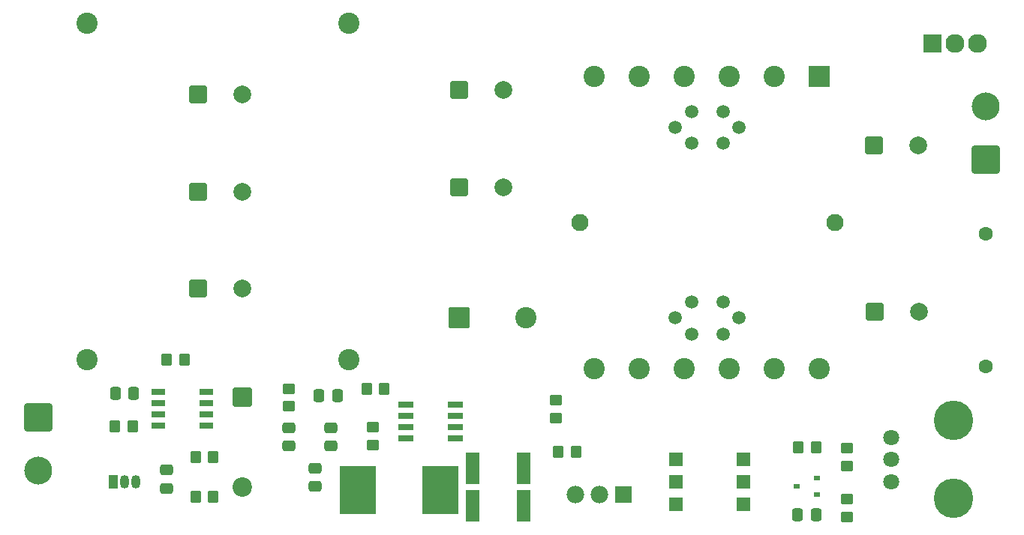
<source format=gbr>
%TF.GenerationSoftware,KiCad,Pcbnew,9.0.7*%
%TF.CreationDate,2026-01-07T19:43:00+01:00*%
%TF.ProjectId,power-electronics2,706f7765-722d-4656-9c65-6374726f6e69,rev?*%
%TF.SameCoordinates,Original*%
%TF.FileFunction,Soldermask,Top*%
%TF.FilePolarity,Negative*%
%FSLAX46Y46*%
G04 Gerber Fmt 4.6, Leading zero omitted, Abs format (unit mm)*
G04 Created by KiCad (PCBNEW 9.0.7) date 2026-01-07 19:43:00*
%MOMM*%
%LPD*%
G01*
G04 APERTURE LIST*
G04 Aperture macros list*
%AMRoundRect*
0 Rectangle with rounded corners*
0 $1 Rounding radius*
0 $2 $3 $4 $5 $6 $7 $8 $9 X,Y pos of 4 corners*
0 Add a 4 corners polygon primitive as box body*
4,1,4,$2,$3,$4,$5,$6,$7,$8,$9,$2,$3,0*
0 Add four circle primitives for the rounded corners*
1,1,$1+$1,$2,$3*
1,1,$1+$1,$4,$5*
1,1,$1+$1,$6,$7*
1,1,$1+$1,$8,$9*
0 Add four rect primitives between the rounded corners*
20,1,$1+$1,$2,$3,$4,$5,0*
20,1,$1+$1,$4,$5,$6,$7,0*
20,1,$1+$1,$6,$7,$8,$9,0*
20,1,$1+$1,$8,$9,$2,$3,0*%
G04 Aperture macros list end*
%ADD10R,4.050000X5.500000*%
%ADD11RoundRect,0.250000X-0.450000X0.350000X-0.450000X-0.350000X0.450000X-0.350000X0.450000X0.350000X0*%
%ADD12C,2.400000*%
%ADD13R,1.525000X0.650000*%
%ADD14RoundRect,0.250000X0.475000X-0.337500X0.475000X0.337500X-0.475000X0.337500X-0.475000X-0.337500X0*%
%ADD15RoundRect,0.250000X-0.475000X0.337500X-0.475000X-0.337500X0.475000X-0.337500X0.475000X0.337500X0*%
%ADD16R,2.130000X2.130000*%
%ADD17C,2.130000*%
%ADD18RoundRect,0.250000X0.550000X0.550000X-0.550000X0.550000X-0.550000X-0.550000X0.550000X-0.550000X0*%
%ADD19RoundRect,0.250000X-0.350000X-0.450000X0.350000X-0.450000X0.350000X0.450000X-0.350000X0.450000X0*%
%ADD20RoundRect,0.250000X0.350000X0.450000X-0.350000X0.450000X-0.350000X-0.450000X0.350000X-0.450000X0*%
%ADD21RoundRect,0.249999X-0.850001X0.850001X-0.850001X-0.850001X0.850001X-0.850001X0.850001X0.850001X0*%
%ADD22C,2.200000*%
%ADD23R,1.050000X1.500000*%
%ADD24O,1.050000X1.500000*%
%ADD25RoundRect,0.250000X-0.750000X-0.750000X0.750000X-0.750000X0.750000X0.750000X-0.750000X0.750000X0*%
%ADD26C,2.000000*%
%ADD27R,1.550000X3.550000*%
%ADD28RoundRect,0.250000X0.337500X0.475000X-0.337500X0.475000X-0.337500X-0.475000X0.337500X-0.475000X0*%
%ADD29RoundRect,0.250000X-0.337500X-0.475000X0.337500X-0.475000X0.337500X0.475000X-0.337500X0.475000X0*%
%ADD30C,1.500000*%
%ADD31C,1.950000*%
%ADD32R,0.675000X0.620000*%
%ADD33C,1.600000*%
%ADD34R,2.400000X2.400000*%
%ADD35R,1.725000X0.700000*%
%ADD36RoundRect,0.250000X1.325000X-1.325000X1.325000X1.325000X-1.325000X1.325000X-1.325000X-1.325000X0*%
%ADD37C,3.150000*%
%ADD38R,1.980000X1.980000*%
%ADD39C,1.980000*%
%ADD40C,1.800000*%
%ADD41C,4.460000*%
%ADD42RoundRect,0.250000X-1.325000X1.325000X-1.325000X-1.325000X1.325000X-1.325000X1.325000X1.325000X0*%
%ADD43RoundRect,0.250001X-0.949999X-0.949999X0.949999X-0.949999X0.949999X0.949999X-0.949999X0.949999X0*%
G04 APERTURE END LIST*
D10*
%TO.C,R6*%
X60277589Y-70127999D03*
X69577591Y-70127999D03*
%TD*%
D11*
%TO.C,R2*%
X115427590Y-65377999D03*
X115427590Y-67377999D03*
%TD*%
D12*
%TO.C,L4*%
X29677590Y-55377999D03*
X29677590Y-17377999D03*
%TD*%
D11*
%TO.C,R12*%
X52427590Y-58627999D03*
X52427590Y-60627999D03*
%TD*%
D13*
%TO.C,IC4*%
X37715590Y-58972999D03*
X37715590Y-60242999D03*
X37715590Y-61512999D03*
X37715590Y-62782999D03*
X43139590Y-62782999D03*
X43139590Y-61512999D03*
X43139590Y-60242999D03*
X43139590Y-58972999D03*
%TD*%
D14*
%TO.C,C16*%
X38677590Y-69877999D03*
X38677590Y-67802999D03*
%TD*%
D15*
%TO.C,C13*%
X55427590Y-67627999D03*
X55427590Y-69702999D03*
%TD*%
D11*
%TO.C,R9*%
X61927590Y-63008000D03*
X61927590Y-65008000D03*
%TD*%
D15*
%TO.C,C14*%
X52427590Y-63052999D03*
X52427590Y-65127999D03*
%TD*%
D16*
%TO.C,D1*%
X125077589Y-19627999D03*
D17*
X127627589Y-19627999D03*
X130177590Y-19627999D03*
%TD*%
D18*
%TO.C,U1*%
X103737590Y-71667999D03*
X103737590Y-69127999D03*
X103737590Y-66587999D03*
X96117590Y-66587999D03*
X96117590Y-69127999D03*
X96117590Y-71667999D03*
%TD*%
D15*
%TO.C,C11*%
X57177590Y-63052999D03*
X57177590Y-65127999D03*
%TD*%
D19*
%TO.C,R14*%
X41927590Y-66377999D03*
X43927590Y-66377999D03*
%TD*%
D20*
%TO.C,R4*%
X111927590Y-65278000D03*
X109927590Y-65278000D03*
%TD*%
D21*
%TO.C,D2*%
X47177590Y-59547999D03*
D22*
X47177590Y-69707999D03*
%TD*%
D23*
%TO.C,Q2*%
X32637590Y-69127999D03*
D24*
X33907591Y-69127999D03*
X35177590Y-69127999D03*
%TD*%
D11*
%TO.C,R3*%
X115427590Y-71127999D03*
X115427590Y-73127999D03*
%TD*%
D25*
%TO.C,C1*%
X118502590Y-31127999D03*
D26*
X123502590Y-31127999D03*
%TD*%
D27*
%TO.C,R8*%
X73177590Y-71877999D03*
X78977590Y-71877999D03*
%TD*%
D19*
%TO.C,R15*%
X41927590Y-70877999D03*
X43927590Y-70877999D03*
%TD*%
D28*
%TO.C,C12*%
X57927590Y-59377999D03*
X55852590Y-59377999D03*
%TD*%
D25*
%TO.C,C7*%
X42206528Y-36377999D03*
D26*
X47206528Y-36377999D03*
%TD*%
D25*
%TO.C,C8*%
X71677590Y-24877999D03*
D26*
X76677590Y-24877999D03*
%TD*%
D25*
%TO.C,C6*%
X42177590Y-25342999D03*
D26*
X47177590Y-25342999D03*
%TD*%
D19*
%TO.C,R5*%
X82836000Y-65786000D03*
X84836000Y-65786000D03*
%TD*%
D29*
%TO.C,C10*%
X109852590Y-72877999D03*
X111927590Y-72877999D03*
%TD*%
D30*
%TO.C,L1*%
X97881539Y-27305641D03*
X96085488Y-29101692D03*
X97881539Y-30897743D03*
X97881539Y-48858256D03*
X96085488Y-50654307D03*
X97881539Y-52450358D03*
X101473641Y-52450358D03*
X103269693Y-50654307D03*
X101473641Y-48858256D03*
X101473641Y-30897743D03*
X103269693Y-29101692D03*
X101473641Y-27305641D03*
D31*
X85309180Y-39878000D03*
X114046000Y-39878000D03*
%TD*%
D32*
%TO.C,IC2*%
X112065590Y-70627999D03*
X112065590Y-68727999D03*
X109789589Y-69677999D03*
%TD*%
D20*
%TO.C,R10*%
X63230000Y-58674000D03*
X61230000Y-58674000D03*
%TD*%
D33*
%TO.C,C2*%
X131122590Y-41137999D03*
X131122590Y-56137999D03*
%TD*%
D25*
%TO.C,C9*%
X71677590Y-35877999D03*
D26*
X76677590Y-35877999D03*
%TD*%
D34*
%TO.C,H1*%
X112337590Y-23377999D03*
D12*
X107257591Y-23377999D03*
X102177590Y-23377999D03*
X97097590Y-23377999D03*
X92017590Y-23377999D03*
X86937590Y-23377999D03*
X86937590Y-56397999D03*
X92017590Y-56397999D03*
X97097590Y-56397999D03*
X102177590Y-56397999D03*
X107257590Y-56397998D03*
X112337590Y-56397999D03*
%TD*%
D11*
%TO.C,R11*%
X82550000Y-59960000D03*
X82550000Y-61960000D03*
%TD*%
D35*
%TO.C,IC1*%
X65615590Y-60472999D03*
X65615590Y-61742999D03*
X65615590Y-63012999D03*
X65615590Y-64282999D03*
X71239590Y-64282999D03*
X71239590Y-63012999D03*
X71239590Y-61742999D03*
X71239590Y-60472999D03*
%TD*%
D27*
%TO.C,R7*%
X73177590Y-67627999D03*
X78977590Y-67627999D03*
%TD*%
D20*
%TO.C,R13*%
X34798000Y-62877999D03*
X32798000Y-62877999D03*
%TD*%
D36*
%TO.C,J2*%
X131122590Y-32762999D03*
D37*
X131122590Y-26762999D03*
%TD*%
D38*
%TO.C,Q1*%
X90177590Y-70608999D03*
D39*
X87477590Y-70608999D03*
X84777589Y-70608999D03*
%TD*%
D25*
%TO.C,C4*%
X42177590Y-47342999D03*
D26*
X47177590Y-47342999D03*
%TD*%
D19*
%TO.C,R1*%
X38677590Y-55377999D03*
X40677590Y-55377999D03*
%TD*%
D25*
%TO.C,C3*%
X118594913Y-49907999D03*
D26*
X123594913Y-49907999D03*
%TD*%
D40*
%TO.C,VR1*%
X120427590Y-64127999D03*
X120427590Y-66627999D03*
X120427590Y-69127999D03*
D41*
X127427590Y-62227999D03*
X127427590Y-71027999D03*
%TD*%
D12*
%TO.C,L3*%
X59177590Y-17377999D03*
X59177590Y-55377999D03*
%TD*%
D42*
%TO.C,J1*%
X24177590Y-61877999D03*
D37*
X24177590Y-67877999D03*
%TD*%
D43*
%TO.C,C5*%
X71677590Y-50627999D03*
D12*
X79177590Y-50627999D03*
%TD*%
D28*
%TO.C,C15*%
X34927590Y-59127999D03*
X32852590Y-59127999D03*
%TD*%
M02*

</source>
